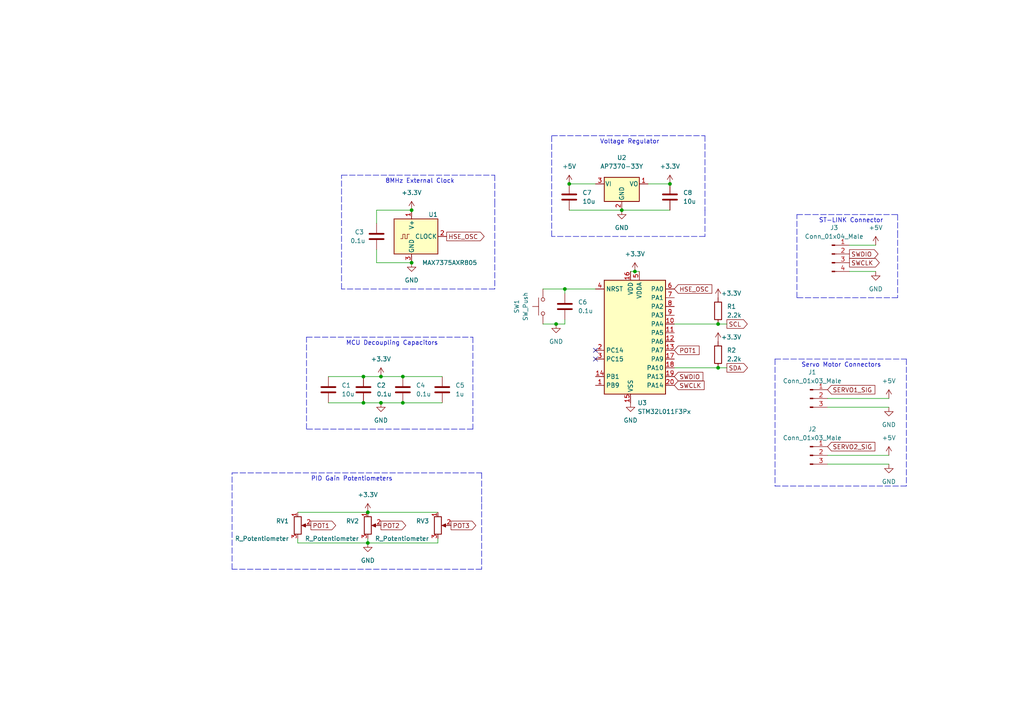
<source format=kicad_sch>
(kicad_sch (version 20211123) (generator eeschema)
  (paper "A4")
  (lib_symbols
    (symbol "Connector:Conn_01x03_Male" (pin_names (offset 1.016) hide)
      (property "Reference" "J" (at 0 5.08 0))
      (property "Value" "Conn_01x03_Male" (at 0 -5.08 0))
      (symbol "Conn_01x03_Male_1_1"
        (polyline (pts (xy 1.27 -2.54) (xy 0.8636 -2.54)) (stroke (width 0.1524)))
        (polyline (pts (xy 1.27 0) (xy 0.8636 0)) (stroke (width 0.1524)))
        (polyline (pts (xy 1.27 2.54) (xy 0.8636 2.54)) (stroke (width 0.1524)))
        (rectangle (start 0.8636 -2.413) (end 0 -2.667) (stroke (width 0.1524)) (fill (type outline)))
        (rectangle (start 0.8636 0.127) (end 0 -0.127) (stroke (width 0.1524)) (fill (type outline)))
        (rectangle (start 0.8636 2.667) (end 0 2.413) (stroke (width 0.1524)) (fill (type outline)))
        (pin passive line (at 5.08 2.54 180) (length 3.81) (name "Pin_1") (number "1"))
        (pin passive line (at 5.08 0 180) (length 3.81) (name "Pin_2") (number "2"))
        (pin passive line (at 5.08 -2.54 180) (length 3.81) (name "Pin_3") (number "3"))
      )
    )
    (symbol "Connector:Conn_01x04_Male" (pin_names (offset 1.016) hide)
      (property "Reference" "J" (at 0 5.08 0))
      (property "Value" "Conn_01x04_Male" (at 0 -7.62 0))
      (symbol "Conn_01x04_Male_1_1"
        (polyline (pts (xy 1.27 -5.08) (xy 0.8636 -5.08)) (stroke (width 0.1524)))
        (polyline (pts (xy 1.27 -2.54) (xy 0.8636 -2.54)) (stroke (width 0.1524)))
        (polyline (pts (xy 1.27 0) (xy 0.8636 0)) (stroke (width 0.1524)))
        (polyline (pts (xy 1.27 2.54) (xy 0.8636 2.54)) (stroke (width 0.1524)))
        (rectangle (start 0.8636 -4.953) (end 0 -5.207) (stroke (width 0.1524)) (fill (type outline)))
        (rectangle (start 0.8636 -2.413) (end 0 -2.667) (stroke (width 0.1524)) (fill (type outline)))
        (rectangle (start 0.8636 0.127) (end 0 -0.127) (stroke (width 0.1524)) (fill (type outline)))
        (rectangle (start 0.8636 2.667) (end 0 2.413) (stroke (width 0.1524)) (fill (type outline)))
        (pin passive line (at 5.08 2.54 180) (length 3.81) (name "Pin_1") (number "1"))
        (pin passive line (at 5.08 0 180) (length 3.81) (name "Pin_2") (number "2"))
        (pin passive line (at 5.08 -2.54 180) (length 3.81) (name "Pin_3") (number "3"))
        (pin passive line (at 5.08 -5.08 180) (length 3.81) (name "Pin_4") (number "4"))
      )
    )
    (symbol "Device:C" (pin_numbers hide) (pin_names (offset 0.254))
      (property "Reference" "C" (at 0.635 2.54 0))
      (property "Value" "C" (at 0.635 -2.54 0))
      (symbol "C_0_1"
        (polyline (pts (xy -2.032 -0.762) (xy 2.032 -0.762)) (stroke (width 0.508)))
        (polyline (pts (xy -2.032 0.762) (xy 2.032 0.762)) (stroke (width 0.508)))
      )
      (symbol "C_1_1"
        (pin passive line (at 0 3.81 270) (length 2.794) (name "~") (number "1"))
        (pin passive line (at 0 -3.81 90) (length 2.794) (name "~") (number "2"))
      )
    )
    (symbol "Device:R" (pin_numbers hide) (pin_names (offset 0))
      (property "Reference" "R" (at 2.032 0 90))
      (property "Value" "R" (at 0 0 90))
      (symbol "R_0_1"
        (rectangle (start -1.016 -2.54) (end 1.016 2.54) (stroke (width 0.254)))
      )
      (symbol "R_1_1"
        (pin passive line (at 0 3.81 270) (length 1.27) (name "~") (number "1"))
        (pin passive line (at 0 -3.81 90) (length 1.27) (name "~") (number "2"))
      )
    )
    (symbol "Device:R_Potentiometer" (pin_names (offset 1.016) hide)
      (property "Reference" "RV" (at -4.445 0 90))
      (property "Value" "R_Potentiometer" (at -2.54 0 90))
      (symbol "R_Potentiometer_0_1"
        (polyline (pts (xy 2.54 0) (xy 1.524 0)))
        (polyline (pts (xy 1.143 0) (xy 2.286 0.508) (xy 2.286 -0.508) (xy 1.143 0)) (fill (type outline)))
        (rectangle (start 1.016 2.54) (end -1.016 -2.54) (stroke (width 0.254)))
      )
      (symbol "R_Potentiometer_1_1"
        (pin passive line (at 0 3.81 270) (length 1.27) (name "1") (number "1"))
        (pin passive line (at 3.81 0 180) (length 1.27) (name "2") (number "2"))
        (pin passive line (at 0 -3.81 90) (length 1.27) (name "3") (number "3"))
      )
    )
    (symbol "MCU_ST_STM32L0:STM32L011F3Px"
      (property "Reference" "U" (at -10.16 16.51 0))
      (property "Value" "STM32L011F3Px" (at 2.54 16.51 0))
      (symbol "STM32L011F3Px_0_1"
        (rectangle (start -10.16 -17.78) (end 7.62 15.24) (stroke (width 0.254)) (fill (type background)))
      )
      (symbol "STM32L011F3Px_1_1"
        (pin bidirectional line (at -12.7 -15.24 0) (length 2.54) (name "PB9") (number "1"))
        (pin bidirectional line (at 10.16 2.54 180) (length 2.54) (name "PA4") (number "10"))
        (pin bidirectional line (at 10.16 0 180) (length 2.54) (name "PA5") (number "11"))
        (pin bidirectional line (at 10.16 -2.54 180) (length 2.54) (name "PA6") (number "12"))
        (pin bidirectional line (at 10.16 -5.08 180) (length 2.54) (name "PA7") (number "13"))
        (pin bidirectional line (at -12.7 -12.7 0) (length 2.54) (name "PB1") (number "14"))
        (pin power_in line (at -2.54 -20.32 90) (length 2.54) (name "VSS") (number "15"))
        (pin power_in line (at -2.54 17.78 270) (length 2.54) (name "VDD") (number "16"))
        (pin bidirectional line (at 10.16 -7.62 180) (length 2.54) (name "PA9") (number "17"))
        (pin bidirectional line (at 10.16 -10.16 180) (length 2.54) (name "PA10") (number "18"))
        (pin bidirectional line (at 10.16 -12.7 180) (length 2.54) (name "PA13") (number "19"))
        (pin bidirectional line (at -12.7 -5.08 0) (length 2.54) (name "PC14") (number "2"))
        (pin bidirectional line (at 10.16 -15.24 180) (length 2.54) (name "PA14") (number "20"))
        (pin bidirectional line (at -12.7 -7.62 0) (length 2.54) (name "PC15") (number "3"))
        (pin input line (at -12.7 12.7 0) (length 2.54) (name "NRST") (number "4"))
        (pin power_in line (at 0 17.78 270) (length 2.54) (name "VDDA") (number "5"))
        (pin bidirectional line (at 10.16 12.7 180) (length 2.54) (name "PA0") (number "6"))
        (pin bidirectional line (at 10.16 10.16 180) (length 2.54) (name "PA1") (number "7"))
        (pin bidirectional line (at 10.16 7.62 180) (length 2.54) (name "PA2") (number "8"))
        (pin bidirectional line (at 10.16 5.08 180) (length 2.54) (name "PA3") (number "9"))
      )
    )
    (symbol "Oscillator:MAX7375AXR805" (pin_names (offset 0.254))
      (property "Reference" "U" (at -2.54 6.35 0))
      (property "Value" "MAX7375AXR805" (at 1.27 -6.35 0))
      (symbol "MAX7375AXR805_0_1"
        (rectangle (start -5.08 5.08) (end 7.62 -5.08) (stroke (width 0.254)) (fill (type background)))
        (polyline (pts (xy -3.175 -0.635) (xy -2.54 -0.635) (xy -2.54 0.635) (xy -1.905 0.635) (xy -1.905 -0.635) (xy -1.27 -0.635) (xy -1.27 0.635) (xy -0.635 0.635)))
      )
      (symbol "MAX7375AXR805_1_1"
        (pin power_in line (at 0 7.62 270) (length 2.54) (name "V+") (number "1"))
        (pin output line (at 10.16 0 180) (length 2.54) (name "CLOCK") (number "2"))
        (pin power_in line (at 0 -7.62 90) (length 2.54) (name "GND") (number "3"))
      )
    )
    (symbol "Regulator_Linear:AP7384-33Y" (pin_names (offset 0.254))
      (property "Reference" "U" (at -3.81 3.175 0))
      (property "Value" "AP7384-33Y" (at 0 3.175 0))
      (symbol "AP7384-33Y_0_1"
        (rectangle (start -5.08 1.905) (end 5.08 -5.08) (stroke (width 0.254)) (fill (type background)))
      )
      (symbol "AP7384-33Y_1_1"
        (pin power_out line (at 7.62 0 180) (length 2.54) (name "VO") (number "1"))
        (pin power_in line (at 0 -7.62 90) (length 2.54) (name "GND") (number "2"))
        (pin power_in line (at -7.62 0 0) (length 2.54) (name "VI") (number "3"))
      )
    )
    (symbol "Switch:SW_Push" (pin_numbers hide) (pin_names (offset 1.016) hide)
      (property "Reference" "SW" (at 1.27 2.54 0))
      (property "Value" "SW_Push" (at 0 -1.524 0))
      (symbol "SW_Push_0_1"
        (circle (center -2.032 0) (radius 0.508))
        (polyline (pts (xy 0 1.27) (xy 0 3.048)))
        (polyline (pts (xy 2.54 1.27) (xy -2.54 1.27)))
        (circle (center 2.032 0) (radius 0.508))
        (pin passive line (at -5.08 0 0) (length 2.54) (name "1") (number "1"))
        (pin passive line (at 5.08 0 180) (length 2.54) (name "2") (number "2"))
      )
    )
    (symbol "power:+3.3V" (power) (pin_names (offset 0))
      (property "Value" "+3.3V" (at 0 3.556 0))
      (symbol "+3.3V_0_1"
        (polyline (pts (xy -0.762 1.27) (xy 0 2.54)))
        (polyline (pts (xy 0 0) (xy 0 2.54)))
        (polyline (pts (xy 0 2.54) (xy 0.762 1.27)))
      )
      (symbol "+3.3V_1_1"
        (pin power_in line (at 0 0 90) (length 0) hide (name "+3.3V") (number "1"))
      )
    )
    (symbol "power:+5V" (power) (pin_names (offset 0))
      (property "Value" "+5V" (at 0 3.556 0))
      (symbol "+5V_0_1"
        (polyline (pts (xy -0.762 1.27) (xy 0 2.54)))
        (polyline (pts (xy 0 0) (xy 0 2.54)))
        (polyline (pts (xy 0 2.54) (xy 0.762 1.27)))
      )
      (symbol "+5V_1_1"
        (pin power_in line (at 0 0 90) (length 0) hide (name "+5V") (number "1"))
      )
    )
    (symbol "power:GND" (power) (pin_names (offset 0))
      (property "Value" "GND" (at 0 -3.81 0))
      (symbol "GND_0_1"
        (polyline (pts (xy 0 0) (xy 0 -1.27) (xy 1.27 -1.27) (xy 0 -2.54) (xy -1.27 -1.27) (xy 0 -1.27)))
      )
      (symbol "GND_1_1"
        (pin power_in line (at 0 0 270) (length 0) hide (name "GND") (number "1"))
      )
    )
  )
  (junction (at 106.68 148.59))
  (junction (at 110.49 116.84))
  (junction (at 180.34 60.96))
  (junction (at 208.28 106.68))
  (junction (at 116.84 109.22))
  (junction (at 184.15 78.74))
  (junction (at 119.38 76.2))
  (junction (at 119.38 60.96))
  (junction (at 194.31 53.34))
  (junction (at 163.83 83.82))
  (junction (at 165.1 53.34))
  (junction (at 105.41 116.84))
  (junction (at 208.28 93.98))
  (junction (at 110.49 109.22))
  (junction (at 116.84 116.84))
  (junction (at 105.41 109.22))
  (junction (at 106.68 157.48))
  (junction (at 161.29 93.98))
  (no_connect (at 172.72 101.6))
  (no_connect (at 172.72 104.14))
  (wire (pts (xy 116.84 116.84) (xy 128.27 116.84)))
  (wire (pts (xy 240.03 115.57) (xy 257.81 115.57)))
  (wire (pts (xy 157.48 83.82) (xy 163.83 83.82)))
  (wire (pts (xy 105.41 116.84) (xy 110.49 116.84)))
  (wire (pts (xy 165.1 60.96) (xy 180.34 60.96)))
  (wire (pts (xy 119.38 60.96) (xy 109.22 60.96)))
  (wire (pts (xy 246.38 71.12) (xy 254 71.12)))
  (wire (pts (xy 195.58 106.68) (xy 208.28 106.68)))
  (wire (pts (xy 110.49 109.22) (xy 116.84 109.22)))
  (wire (pts (xy 187.96 53.34) (xy 194.31 53.34)))
  (polyline (pts (xy 99.06 83.82) (xy 99.06 50.8)))
  (wire (pts (xy 127 157.48) (xy 127 156.21)))
  (polyline (pts (xy 204.47 68.58) (xy 160.02 68.58)))
  (polyline (pts (xy 143.51 83.82) (xy 99.06 83.82)))
  (wire (pts (xy 182.88 78.74) (xy 184.15 78.74)))
  (wire (pts (xy 163.83 83.82) (xy 172.72 83.82)))
  (polyline (pts (xy 160.02 39.37) (xy 204.47 39.37)))
  (wire (pts (xy 105.41 109.22) (xy 110.49 109.22)))
  (wire (pts (xy 208.28 106.68) (xy 210.82 106.68)))
  (wire (pts (xy 106.68 156.21) (xy 106.68 157.48)))
  (wire (pts (xy 95.25 109.22) (xy 105.41 109.22)))
  (wire (pts (xy 163.83 93.98) (xy 161.29 93.98)))
  (polyline (pts (xy 260.35 86.36) (xy 231.14 86.36)))
  (wire (pts (xy 161.29 93.98) (xy 157.48 93.98)))
  (wire (pts (xy 195.58 93.98) (xy 208.28 93.98)))
  (wire (pts (xy 86.36 157.48) (xy 106.68 157.48)))
  (polyline (pts (xy 67.31 137.16) (xy 139.7 137.16)))
  (polyline (pts (xy 137.16 124.46) (xy 118.11 124.46)))
  (wire (pts (xy 109.22 76.2) (xy 109.22 72.39)))
  (wire (pts (xy 163.83 92.71) (xy 163.83 93.98)))
  (wire (pts (xy 95.25 116.84) (xy 105.41 116.84)))
  (polyline (pts (xy 88.9 124.46) (xy 88.9 97.79)))
  (polyline (pts (xy 160.02 68.58) (xy 160.02 39.37)))
  (wire (pts (xy 109.22 60.96) (xy 109.22 64.77)))
  (wire (pts (xy 208.28 93.98) (xy 210.82 93.98)))
  (polyline (pts (xy 231.14 62.23) (xy 260.35 62.23)))
  (wire (pts (xy 110.49 116.84) (xy 116.84 116.84)))
  (polyline (pts (xy 204.47 39.37) (xy 204.47 60.96)))
  (wire (pts (xy 86.36 156.21) (xy 86.36 157.48)))
  (polyline (pts (xy 260.35 62.23) (xy 260.35 67.31)))
  (polyline (pts (xy 139.7 146.05) (xy 139.7 165.1)))
  (polyline (pts (xy 262.89 140.97) (xy 224.79 140.97)))
  (wire (pts (xy 119.38 76.2) (xy 109.22 76.2)))
  (wire (pts (xy 240.03 132.08) (xy 257.81 132.08)))
  (polyline (pts (xy 204.47 60.96) (xy 204.47 68.58)))
  (wire (pts (xy 246.38 78.74) (xy 254 78.74)))
  (wire (pts (xy 165.1 53.34) (xy 172.72 53.34)))
  (polyline (pts (xy 99.06 50.8) (xy 143.51 50.8)))
  (wire (pts (xy 180.34 60.96) (xy 194.31 60.96)))
  (polyline (pts (xy 139.7 137.16) (xy 139.7 146.05)))
  (wire (pts (xy 240.03 118.11) (xy 257.81 118.11)))
  (wire (pts (xy 163.83 83.82) (xy 163.83 85.09)))
  (wire (pts (xy 184.15 78.74) (xy 185.42 78.74)))
  (wire (pts (xy 116.84 109.22) (xy 128.27 109.22)))
  (polyline (pts (xy 88.9 97.79) (xy 118.11 97.79)))
  (wire (pts (xy 106.68 157.48) (xy 127 157.48)))
  (polyline (pts (xy 260.35 67.31) (xy 260.35 86.36)))
  (wire (pts (xy 86.36 148.59) (xy 106.68 148.59)))
  (polyline (pts (xy 137.16 97.79) (xy 137.16 124.46)))
  (polyline (pts (xy 143.51 50.8) (xy 143.51 58.42)))
  (polyline (pts (xy 118.11 97.79) (xy 137.16 97.79)))
  (polyline (pts (xy 224.79 104.14) (xy 262.89 104.14)))
  (wire (pts (xy 106.68 148.59) (xy 127 148.59)))
  (polyline (pts (xy 262.89 104.14) (xy 262.89 140.97)))
  (polyline (pts (xy 118.11 124.46) (xy 88.9 124.46)))
  (polyline (pts (xy 231.14 86.36) (xy 231.14 62.23)))
  (polyline (pts (xy 224.79 104.14) (xy 224.79 140.97)))
  (polyline (pts (xy 143.51 58.42) (xy 143.51 83.82)))
  (polyline (pts (xy 67.31 165.1) (xy 67.31 137.16)))
  (polyline (pts (xy 139.7 165.1) (xy 67.31 165.1)))
  (wire (pts (xy 240.03 134.62) (xy 257.81 134.62)))
  (text "MCU Decoupling Capacitors" (at 100.33 100.33 0) (effects (font (size 1.27 1.27)) (justify left bottom)))
  (text "Voltage Regulator" (at 173.99 41.91 0) (effects (font (size 1.27 1.27)) (justify left bottom)))
  (text "Servo Motor Connectors" (at 232.41 106.68 0) (effects (font (size 1.27 1.27)) (justify left bottom)))
  (text "ST-LINK Connector" (at 237.49 64.77 0) (effects (font (size 1.27 1.27)) (justify left bottom)))
  (text "8MHz External Clock" (at 111.76 53.34 0) (effects (font (size 1.27 1.27)) (justify left bottom)))
  (text "PID Gain Potentiometers" (at 90.17 139.7 0) (effects (font (size 1.27 1.27)) (justify left bottom)))
  (global_label "POT1" (shape output) (at 90.17 152.4 0) (property "Intersheet References" "${INTERSHEET_REFS}" (effects hide)))
  (global_label "SERVO1_SIG" (shape input) (at 240.03 113.03 0) (property "Intersheet References" "${INTERSHEET_REFS}" (effects hide)))
  (global_label "POT3" (shape output) (at 130.81 152.4 0) (property "Intersheet References" "${INTERSHEET_REFS}" (effects hide)))
  (global_label "POT2" (shape output) (at 110.49 152.4 0) (property "Intersheet References" "${INTERSHEET_REFS}" (effects hide)))
  (global_label "HSE_OSC" (shape output) (at 129.54 68.58 0) (property "Intersheet References" "${INTERSHEET_REFS}" (effects hide)))
  (global_label "SDA" (shape output) (at 210.82 106.68 0) (property "Intersheet References" "${INTERSHEET_REFS}" (effects hide)))
  (global_label "SWDIO" (shape input) (at 195.58 109.22 0) (property "Intersheet References" "${INTERSHEET_REFS}" (effects hide)))
  (global_label "SERVO2_SIG" (shape input) (at 240.03 129.54 0) (property "Intersheet References" "${INTERSHEET_REFS}" (effects hide)))
  (global_label "SWCLK" (shape input) (at 195.58 111.76 0) (property "Intersheet References" "${INTERSHEET_REFS}" (effects hide)))
  (global_label "SCL" (shape output) (at 210.82 93.98 0) (property "Intersheet References" "${INTERSHEET_REFS}" (effects hide)))
  (global_label "SWCLK" (shape output) (at 246.38 76.2 0) (property "Intersheet References" "${INTERSHEET_REFS}" (effects hide)))
  (global_label "SWDIO" (shape output) (at 246.38 73.66 0) (property "Intersheet References" "${INTERSHEET_REFS}" (effects hide)))
  (global_label "HSE_OSC" (shape input) (at 195.58 83.82 0) (property "Intersheet References" "${INTERSHEET_REFS}" (effects hide)))
  (global_label "POT1" (shape input) (at 195.58 101.6 0) (property "Intersheet References" "${INTERSHEET_REFS}" (effects hide)))
  (symbol (lib_id "power:+3.3V") (at 119.38 60.96 0) (unit 1)
    (property "Reference" "#PWR05" (effects hide))
    (property "Value" "+3.3V" (at 119.38 55.88 0))
  )
  (symbol (lib_id "Device:C") (at 194.31 57.15 0) (unit 1)
    (property "Reference" "C8" (at 198.12 55.88 0) (effects (justify left)))
    (property "Value" "10u" (at 198.12 58.42 0) (effects (justify left)))
  )
  (symbol (lib_id "power:+3.3V") (at 106.68 148.59 0) (unit 1)
    (property "Reference" "#PWR01" (effects hide))
    (property "Value" "+3.3V" (at 106.68 143.51 0))
  )
  (symbol (lib_id "Regulator_Linear:AP7384-33Y") (at 180.34 53.34 0) (unit 1)
    (property "Reference" "U2" (at 180.34 45.72 0))
    (property "Value" "AP7370-33Y" (at 180.34 48.26 0))
    (property "Footprint" "Package_TO_SOT_SMD:SOT-89-3" (effects hide))
    (property "Datasheet" "https://www.diodes.com/assets/Datasheets/AP7384.pdf" (effects hide))
  )
  (symbol (lib_id "Connector:Conn_01x03_Male") (at 234.95 132.08 0) (unit 1)
    (property "Reference" "J2" (at 235.585 124.46 0))
    (property "Value" "Conn_01x03_Male" (at 235.585 127 0))
  )
  (symbol (lib_id "Connector:Conn_01x03_Male") (at 234.95 115.57 0) (unit 1)
    (property "Reference" "J1" (at 235.585 107.95 0))
    (property "Value" "Conn_01x03_Male" (at 235.585 110.49 0))
  )
  (symbol (lib_id "Device:R_Potentiometer") (at 106.68 152.4 0) (unit 1)
    (property "Reference" "RV2" (at 104.14 151.1299 0) (effects (justify right)))
    (property "Value" "R_Potentiometer" (at 104.14 156.21 0) (effects (justify right)))
  )
  (symbol (lib_id "Device:C") (at 116.84 113.03 0) (unit 1)
    (property "Reference" "C4" (at 120.65 111.76 0) (effects (justify left)))
    (property "Value" "0.1u" (at 120.65 114.3 0) (effects (justify left)))
  )
  (symbol (lib_id "power:GND") (at 257.81 118.11 0) (unit 1)
    (property "Reference" "#PWR018" (effects hide))
    (property "Value" "GND" (at 257.81 123.19 0))
  )
  (symbol (lib_id "power:+5V") (at 257.81 132.08 0) (unit 1)
    (property "Reference" "#PWR019" (effects hide))
    (property "Value" "+5V" (at 257.81 127 0))
  )
  (symbol (lib_id "power:+3.3V") (at 208.28 86.36 0) (unit 1)
    (property "Reference" "#PWR013" (effects hide))
    (property "Value" "+3.3V" (at 212.09 85.09 0))
  )
  (symbol (lib_id "power:GND") (at 161.29 93.98 0) (unit 1)
    (property "Reference" "#PWR07" (effects hide))
    (property "Value" "GND" (at 161.29 99.06 0))
  )
  (symbol (lib_id "power:+3.3V") (at 184.15 78.74 0) (unit 1)
    (property "Reference" "#PWR011" (effects hide))
    (property "Value" "+3.3V" (at 184.15 73.66 0))
  )
  (symbol (lib_id "Device:R_Potentiometer") (at 86.36 152.4 0) (unit 1)
    (property "Reference" "RV1" (at 83.82 151.1299 0) (effects (justify right)))
    (property "Value" "R_Potentiometer" (at 83.82 156.21 0) (effects (justify right)))
  )
  (symbol (lib_id "Device:R") (at 208.28 90.17 0) (unit 1)
    (property "Reference" "R1" (at 210.82 88.8999 0) (effects (justify left)))
    (property "Value" "2.2k" (at 210.82 91.4399 0) (effects (justify left)))
  )
  (symbol (lib_id "power:+5V") (at 165.1 53.34 0) (unit 1)
    (property "Reference" "#PWR08" (effects hide))
    (property "Value" "+5V" (at 165.1 48.26 0))
  )
  (symbol (lib_id "power:+3.3V") (at 208.28 99.06 0) (unit 1)
    (property "Reference" "#PWR014" (effects hide))
    (property "Value" "+3.3V" (at 212.09 97.79 0))
  )
  (symbol (lib_id "Device:R") (at 208.28 102.87 0) (unit 1)
    (property "Reference" "R2" (at 210.82 101.5999 0) (effects (justify left)))
    (property "Value" "2.2k" (at 210.82 104.1399 0) (effects (justify left)))
  )
  (symbol (lib_id "MCU_ST_STM32L0:STM32L011F3Px") (at 185.42 96.52 0) (unit 1)
    (property "Reference" "U3" (at 184.8994 116.84 0) (effects (justify left)))
    (property "Value" "STM32L011F3Px" (at 184.8994 119.38 0) (effects (justify left)))
    (property "Footprint" "Package_SO:TSSOP-20_4.4x6.5mm_P0.65mm" (effects hide))
    (property "Datasheet" "http://www.st.com/st-web-ui/static/active/en/resource/technical/document/datasheet/DM00206508.pdf" (effects hide))
  )
  (symbol (lib_id "Switch:SW_Push") (at 157.48 88.9 90) (unit 1)
    (property "Reference" "SW1" (at 149.86 88.9 0))
    (property "Value" "SW_Push" (at 152.4 88.9 0))
  )
  (symbol (lib_id "power:GND") (at 182.88 116.84 0) (unit 1)
    (property "Reference" "#PWR010" (effects hide))
    (property "Value" "GND" (at 182.88 121.92 0))
  )
  (symbol (lib_id "Device:R_Potentiometer") (at 127 152.4 0) (unit 1)
    (property "Reference" "RV3" (at 124.46 151.1299 0) (effects (justify right)))
    (property "Value" "R_Potentiometer" (at 124.46 156.21 0) (effects (justify right)))
  )
  (symbol (lib_id "Device:C") (at 109.22 68.58 0) (unit 1)
    (property "Reference" "C3" (at 102.87 67.31 0) (effects (justify left)))
    (property "Value" "0.1u" (at 101.6 69.85 0) (effects (justify left)))
  )
  (symbol (lib_id "power:+3.3V") (at 110.49 109.22 0) (unit 1)
    (property "Reference" "#PWR03" (effects hide))
    (property "Value" "+3.3V" (at 110.49 104.14 0))
  )
  (symbol (lib_id "power:GND") (at 119.38 76.2 0) (unit 1)
    (property "Reference" "#PWR06" (effects hide))
    (property "Value" "GND" (at 119.38 81.28 0))
  )
  (symbol (lib_id "power:GND") (at 110.49 116.84 0) (unit 1)
    (property "Reference" "#PWR04" (effects hide))
    (property "Value" "GND" (at 110.49 121.92 0))
  )
  (symbol (lib_id "power:+3.3V") (at 194.31 53.34 0) (unit 1)
    (property "Reference" "#PWR012" (effects hide))
    (property "Value" "+3.3V" (at 194.31 48.26 0))
  )
  (symbol (lib_id "Device:C") (at 105.41 113.03 0) (unit 1)
    (property "Reference" "C2" (at 109.22 111.76 0) (effects (justify left)))
    (property "Value" "0.1u" (at 109.22 114.3 0) (effects (justify left)))
  )
  (symbol (lib_id "power:GND") (at 180.34 60.96 0) (unit 1)
    (property "Reference" "#PWR09" (effects hide))
    (property "Value" "GND" (at 180.34 66.04 0))
  )
  (symbol (lib_id "Device:C") (at 165.1 57.15 0) (unit 1)
    (property "Reference" "C7" (at 168.91 55.88 0) (effects (justify left)))
    (property "Value" "10u" (at 168.91 58.42 0) (effects (justify left)))
  )
  (symbol (lib_id "Oscillator:MAX7375AXR805") (at 119.38 68.58 0) (unit 1)
    (property "Reference" "U1" (at 127 62.23 0) (effects (justify right)))
    (property "Value" "MAX7375AXR805" (at 138.43 76.2 0) (effects (justify right)))
    (property "Footprint" "Package_TO_SOT_SMD:SOT-323_SC-70" (effects hide))
    (property "Datasheet" "https://datasheets.maximintegrated.com/en/ds/MAX7375.pdf" (effects hide))
  )
  (symbol (lib_id "power:+5V") (at 257.81 115.57 0) (unit 1)
    (property "Reference" "#PWR017" (effects hide))
    (property "Value" "+5V" (at 257.81 110.49 0))
  )
  (symbol (lib_id "Device:C") (at 95.25 113.03 0) (unit 1)
    (property "Reference" "C1" (at 99.06 111.76 0) (effects (justify left)))
    (property "Value" "10u" (at 99.06 114.3 0) (effects (justify left)))
  )
  (symbol (lib_id "power:GND") (at 106.68 157.48 0) (unit 1)
    (property "Reference" "#PWR02" (effects hide))
    (property "Value" "GND" (at 106.68 162.56 0))
  )
  (symbol (lib_id "Device:C") (at 128.27 113.03 0) (unit 1)
    (property "Reference" "C5" (at 132.08 111.76 0) (effects (justify left)))
    (property "Value" "1u" (at 132.08 114.3 0) (effects (justify left)))
  )
  (symbol (lib_id "power:GND") (at 254 78.74 0) (unit 1)
    (property "Reference" "#PWR016" (effects hide))
    (property "Value" "GND" (at 254 83.82 0))
  )
  (symbol (lib_id "Device:C") (at 163.83 88.9 0) (unit 1)
    (property "Reference" "C6" (at 167.64 87.63 0) (effects (justify left)))
    (property "Value" "0.1u" (at 167.64 90.17 0) (effects (justify left)))
  )
  (symbol (lib_id "Connector:Conn_01x04_Male") (at 241.3 73.66 0) (unit 1)
    (property "Reference" "J3" (at 241.935 66.04 0))
    (property "Value" "Conn_01x04_Male" (at 241.935 68.58 0))
  )
  (symbol (lib_id "power:GND") (at 257.81 134.62 0) (unit 1)
    (property "Reference" "#PWR020" (effects hide))
    (property "Value" "GND" (at 257.81 139.7 0))
  )
  (symbol (lib_id "power:+5V") (at 254 71.12 0) (unit 1)
    (property "Reference" "#PWR015" (effects hide))
    (property "Value" "+5V" (at 254 66.04 0))
  )
)
</source>
